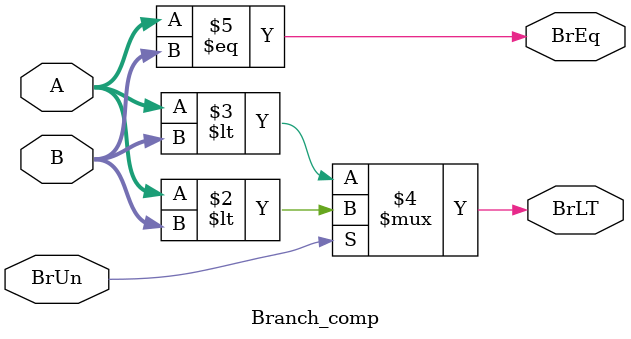
<source format=v>
module Branch_comp(A,B,BrUn, BrLT, BrEq);



input [31:0]A,B;
input BrUn;
output reg BrLT, BrEq;

always@(*)
begin
	
	BrLT = BrUn?A<B:$signed(A)<$signed(B);
	//BrEq = BrUn?A==B:$signed(A)==$signed(B);
	BrEq = A==B;

end
endmodule


</source>
